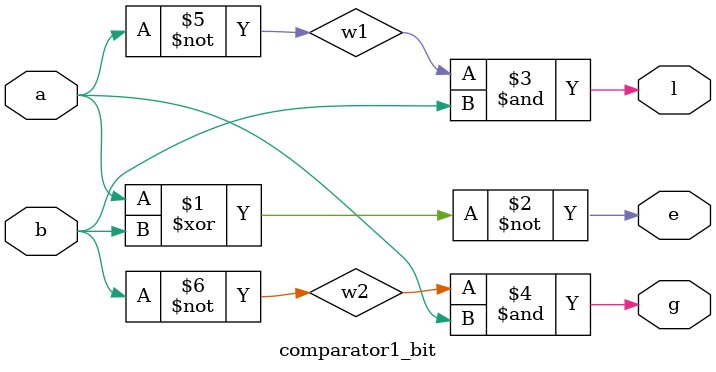
<source format=v>
module comparator1_bit(g,e,l,a,b);
  output g,e,l;
  input a,b;
  wire w1,w2;
  xnor g1(e,a,b);
  not g2(w1,a);
  not g3(w2,b);
  and g4(l,w1,b);
  and g5(g,w2,a);
endmodule
  

</source>
